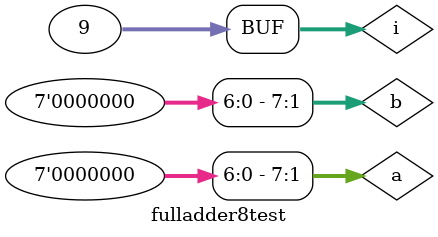
<source format=v>
`timescale 1ns / 1ps

module fulladder8test;

	// Inputs
	reg [7:0] a;
	reg [7:0] b;
	reg  cin;
	
	// Outputs
	wire [7:0] s;
	wire cout;
	integer i =0;

	// Instantiate the Unit Under Test (UUT)
	fulladder8 uut (
		.a(a), 
		.b(b), 
		.cin(cin), 
		.s(s), 
		.cout(cout)
	);

	initial begin
		// Initialize Inputs
		a = 0;
		b = 0;
		cin = 0;

		#100;
      a = 1;
		b = 0;
		cin = 1; 

		#100;
      a = 2;
		b = 3;
		cin = 1; 
		
		#100;
      a = 20;
		b = 13;
		cin = 0; 
 
		
		for(i=0; i<9; i = i+1)begin
		#100
		a = $random;
		b = $random;
		cin = $random;
		end
		
	end 
      
endmodule


</source>
